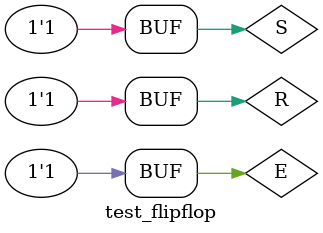
<source format=v>
`timescale 1ns / 1ps


module test_flipflop();
  
  // Inputs
  reg R;
  reg S;
  reg E;
  
  // Outputs
  wire Q;
  wire Q_L;
  wire Clk;
  
  Oscillator Os(
  .E(E),
  .F(Clk)
  );
  
  // Instantiate the Unit Under Test (UUT)
  RS_flipflop uut (
  .R(R),
  .S(S),
  .Clk(Clk),
  .Q(Q),
  .Q_L(Q_L)
  );
  
  initial begin
    // Initialize Inputs
    R = 0;
    S = 0;
    E = 0;
    #100;
    
    E = 1;
	 
    // SET
    R = 0; S = 1;
    #15;
    
	 // HOLD
    R = 0; S = 0;
    #5;
    
    // RESET
    R = 1; S = 0;
    #15;
    
	 // HOLD
	 R = 0; S = 0;
	 #30;
	 
	 // SET
    R = 0; S = 1;
    #5;
    
	 // HOLD
    R = 0; S = 0;
    #30;
	 
	 R = 1; S = 1;
	 #10;
    
  end
  
endmodule
  

</source>
